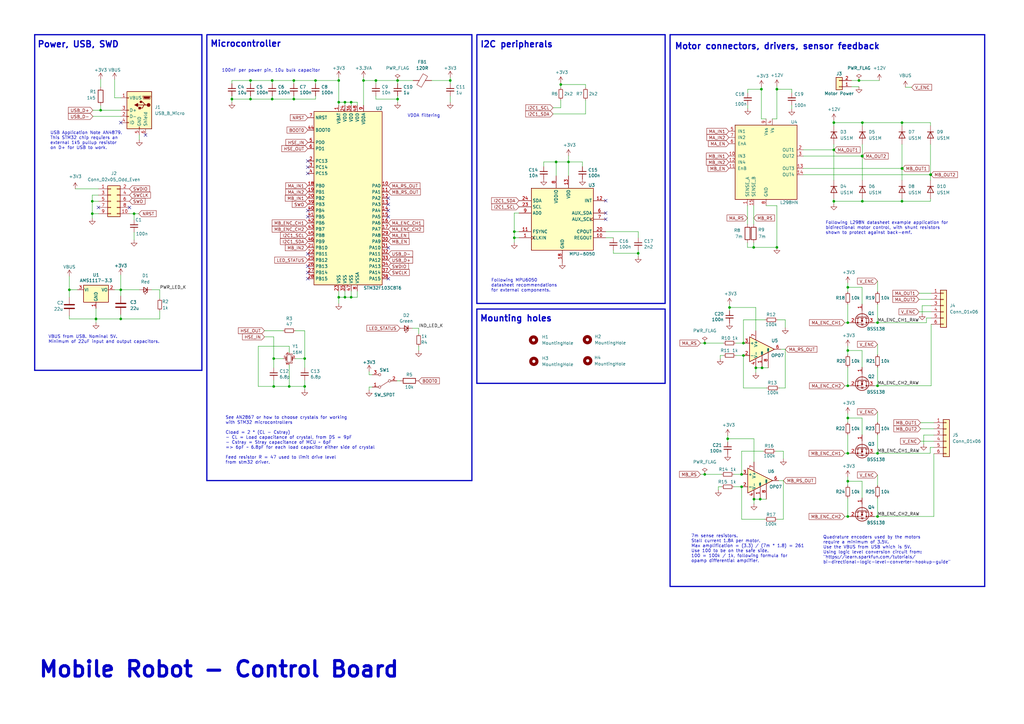
<source format=kicad_sch>
(kicad_sch (version 20211123) (generator eeschema)
  (paper "A3")
  (title_block (title "Mobile Robot - Control Board") (date "2022-08-01") (rev "0.1"))
  (junction (at 352.298 33.02))
  (junction (at 370.078 69.088))
  (junction (at 228.092 66.421))
  (junction (at 154.178 33.02))
  (junction (at 342.011 82.55))
  (junction (at 39.37 130.81))
  (junction (at 298.45 179.959))
  (junction (at 95.123 40.64))
  (junction (at 118.618 158.496))
  (junction (at 289.052 140.716))
  (junction (at 37.846 87.63))
  (junction (at 163.068 33.02))
  (junction (at 318.643 36.576))
  (junction (at 347.726 117.856))
  (junction (at 144.018 121.92))
  (junction (at 111.633 40.64))
  (junction (at 49.53 118.872))
  (junction (at 210.947 94.996))
  (junction (at 359.918 132.334))
  (junction (at 347.726 158.242))
  (junction (at 124.968 158.496))
  (junction (at 318.643 101.473))
  (junction (at 342.011 50.292))
  (junction (at 312.293 36.576))
  (junction (at 347.726 132.334))
  (junction (at 144.018 41.91))
  (junction (at 309.245 204.724))
  (junction (at 353.695 64.008))
  (junction (at 28.448 118.872))
  (junction (at 311.785 204.724))
  (junction (at 369.951 50.292))
  (junction (at 289.052 194.564))
  (junction (at 149.098 33.02))
  (junction (at 102.743 33.02))
  (junction (at 381.635 71.628))
  (junction (at 347.726 185.928))
  (junction (at 210.947 97.536))
  (junction (at 138.938 121.92))
  (junction (at 347.726 197.358))
  (junction (at 359.918 211.836))
  (junction (at 184.658 33.02))
  (junction (at 359.918 158.242))
  (junction (at 163.068 40.64))
  (junction (at 124.968 147.066))
  (junction (at 129.413 33.02))
  (junction (at 353.695 50.292))
  (junction (at 233.172 66.421))
  (junction (at 112.268 158.496))
  (junction (at 112.268 147.066))
  (junction (at 304.927 140.716))
  (junction (at 138.938 33.02))
  (junction (at 141.478 121.92))
  (junction (at 369.951 82.55))
  (junction (at 342.011 61.468))
  (junction (at 138.938 41.91))
  (junction (at 111.633 33.02))
  (junction (at 120.523 33.02))
  (junction (at 369.951 69.088))
  (junction (at 381.762 71.628))
  (junction (at 299.212 126.111))
  (junction (at 37.846 82.55))
  (junction (at 312.547 150.876))
  (junction (at 353.568 64.008))
  (junction (at 41.275 45.212))
  (junction (at 141.478 41.91))
  (junction (at 304.165 194.564))
  (junction (at 347.726 143.764))
  (junction (at 54.991 87.63))
  (junction (at 359.918 185.928))
  (junction (at 347.726 171.45))
  (junction (at 304.165 199.644))
  (junction (at 304.927 145.796))
  (junction (at 102.743 40.64))
  (junction (at 310.007 150.876))
  (junction (at 49.53 130.81))
  (junction (at 353.695 82.55))
  (junction (at 347.726 211.836))
  (junction (at 120.523 40.64))
  (junction (at 261.747 103.886))
  (junction (at 309.118 101.473))
  (junction (at 229.997 34.671))
  (no_connect (at 248.412 87.376))
  (no_connect (at 248.412 89.916))
  (no_connect (at 53.086 85.09))
  (no_connect (at 40.386 85.09))
  (no_connect (at 59.69 55.372))
  (no_connect (at 49.53 50.292))
  (no_connect (at 159.258 83.82))
  (no_connect (at 159.258 88.9))
  (no_connect (at 159.258 114.3))
  (no_connect (at 159.258 101.6))
  (no_connect (at 126.238 104.14))
  (no_connect (at 126.238 109.22))
  (no_connect (at 248.412 82.296))
  (no_connect (at 126.238 111.76))
  (no_connect (at 159.258 81.28))
  (no_connect (at 126.238 114.3))
  (no_connect (at 159.258 86.36))
  (no_connect (at 126.238 88.9))
  (no_connect (at 126.238 66.04))
  (no_connect (at 126.238 86.36))
  (no_connect (at 126.238 68.58))
  (no_connect (at 126.238 71.12))
  (wire (pts (xy 347.726 143.764) (xy 353.568 143.764)))
  (wire (pts (xy 118.618 149.606) (xy 118.618 158.496)))
  (wire (pts (xy 112.268 158.496) (xy 112.268 155.956)))
  (wire (pts (xy 287.274 194.564) (xy 289.052 194.564)))
  (wire (pts (xy 358.648 158.242) (xy 359.918 158.242)))
  (wire (pts (xy 149.098 31.75) (xy 149.098 33.02)))
  (wire (pts (xy 369.951 50.292) (xy 369.951 51.562)))
  (wire (pts (xy 353.695 50.292) (xy 369.951 50.292)))
  (wire (pts (xy 342.011 61.468) (xy 342.011 73.914)))
  (wire (pts (xy 304.165 199.644) (xy 304.165 212.979)))
  (wire (pts (xy 120.523 33.02) (xy 129.413 33.02)))
  (wire (pts (xy 324.739 36.576) (xy 324.739 38.1)))
  (wire (pts (xy 138.938 33.02) (xy 138.938 41.91)))
  (wire (pts (xy 124.968 147.066) (xy 124.968 150.876)))
  (wire (pts (xy 184.658 31.75) (xy 184.658 33.02)))
  (wire (pts (xy 313.055 185.039) (xy 304.165 185.039)))
  (wire (pts (xy 347.726 171.45) (xy 347.726 173.228)))
  (wire (pts (xy 210.947 87.376) (xy 212.852 87.376)))
  (wire (pts (xy 378.206 125.349) (xy 381.889 125.349)))
  (wire (pts (xy 300.99 194.564) (xy 304.165 194.564)))
  (polyline (pts (xy 14.224 14.224) (xy 14.224 151.892)) (stroke (width 0.5) (type solid)))
  (wire (pts (xy 49.53 118.872) (xy 57.15 118.872)))
  (wire (pts (xy 171.704 141.986) (xy 171.704 143.764)))
  (wire (pts (xy 238.887 66.421) (xy 238.887 68.326)))
  (wire (pts (xy 95.123 40.64) (xy 95.123 39.37)))
  (wire (pts (xy 210.947 97.536) (xy 212.852 97.536)))
  (wire (pts (xy 347.726 197.358) (xy 353.568 197.358)))
  (wire (pts (xy 324.739 43.18) (xy 324.739 44.704)))
  (wire (pts (xy 347.726 195.58) (xy 347.726 197.358)))
  (wire (pts (xy 120.523 40.64) (xy 120.523 39.37)))
  (polyline (pts (xy 14.224 14.224) (xy 82.804 14.224)) (stroke (width 0.5) (type solid)))
  (wire (pts (xy 352.298 35.56) (xy 349.25 35.56)))
  (wire (pts (xy 54.991 95.25) (xy 54.991 98.425)))
  (wire (pts (xy 118.618 141.986) (xy 105.918 141.986)))
  (polyline (pts (xy 403.86 240.538) (xy 274.828 240.538)) (stroke (width 0.5) (type solid)))
  (wire (pts (xy 313.817 131.191) (xy 304.927 131.191)))
  (wire (pts (xy 39.37 126.492) (xy 39.37 130.81)))
  (wire (pts (xy 111.633 40.64) (xy 120.523 40.64)))
  (wire (pts (xy 226.822 46.736) (xy 240.157 46.736)))
  (wire (pts (xy 369.951 73.914) (xy 369.951 69.088)))
  (wire (pts (xy 347.726 117.856) (xy 353.568 117.856)))
  (wire (pts (xy 144.018 41.91) (xy 144.018 43.18)))
  (wire (pts (xy 38.1 45.212) (xy 41.275 45.212)))
  (polyline (pts (xy 82.804 151.892) (xy 14.224 151.892)) (stroke (width 0.5) (type solid)))
  (wire (pts (xy 102.743 33.02) (xy 102.743 34.29)))
  (wire (pts (xy 57.15 55.372) (xy 57.15 57.277)))
  (wire (pts (xy 154.178 33.02) (xy 154.178 34.29)))
  (wire (pts (xy 294.64 200.914) (xy 294.64 199.644)))
  (wire (pts (xy 353.568 197.358) (xy 353.568 204.216)))
  (wire (pts (xy 298.45 179.959) (xy 298.45 181.229)))
  (wire (pts (xy 347.726 143.764) (xy 347.726 145.542)))
  (wire (pts (xy 347.726 169.672) (xy 347.726 171.45)))
  (polyline (pts (xy 82.804 14.224) (xy 82.804 151.892)) (stroke (width 0.5) (type solid)))
  (wire (pts (xy 299.212 126.111) (xy 299.212 127.381)))
  (wire (pts (xy 371.348 35.814) (xy 373.888 35.814)))
  (wire (pts (xy 342.011 61.468) (xy 329.438 61.468)))
  (wire (pts (xy 49.53 112.776) (xy 49.53 118.872)))
  (polyline (pts (xy 193.548 14.224) (xy 193.548 197.104)) (stroke (width 0.5) (type solid)))
  (wire (pts (xy 151.384 160.02) (xy 151.384 158.75)))
  (wire (pts (xy 381.508 183.515) (xy 383.032 183.515)))
  (wire (pts (xy 309.245 204.724) (xy 309.245 206.629)))
  (wire (pts (xy 353.568 171.45) (xy 353.568 178.308)))
  (wire (pts (xy 251.587 103.886) (xy 261.747 103.886)))
  (wire (pts (xy 347.726 211.836) (xy 348.488 211.836)))
  (polyline (pts (xy 195.58 126.746) (xy 195.58 157.226)) (stroke (width 0.5) (type solid)))
  (wire (pts (xy 41.275 32.512) (xy 41.275 35.687)))
  (polyline (pts (xy 274.828 14.224) (xy 274.828 240.538)) (stroke (width 0.5) (type solid)))
  (wire (pts (xy 347.726 158.242) (xy 348.488 158.242)))
  (wire (pts (xy 359.918 124.714) (xy 359.918 132.334)))
  (polyline (pts (xy 84.836 14.224) (xy 84.836 197.104)) (stroke (width 0.5) (type solid)))
  (wire (pts (xy 352.298 33.02) (xy 360.68 33.02)))
  (wire (pts (xy 377.571 175.895) (xy 383.032 175.895)))
  (wire (pts (xy 141.478 121.92) (xy 138.938 121.92)))
  (wire (pts (xy 342.011 59.182) (xy 342.011 61.468)))
  (wire (pts (xy 359.918 168.91) (xy 359.918 173.228)))
  (wire (pts (xy 298.45 179.959) (xy 309.245 179.959)))
  (wire (pts (xy 46.99 40.132) (xy 49.53 40.132)))
  (wire (pts (xy 347.726 116.078) (xy 347.726 117.856)))
  (wire (pts (xy 28.448 118.872) (xy 31.75 118.872)))
  (wire (pts (xy 347.726 117.856) (xy 347.726 119.634)))
  (wire (pts (xy 306.578 101.473) (xy 309.118 101.473)))
  (wire (pts (xy 304.165 212.979) (xy 313.69 212.979)))
  (wire (pts (xy 152.654 153.67) (xy 151.384 153.67)))
  (wire (pts (xy 379.984 130.429) (xy 381.889 130.429)))
  (wire (pts (xy 318.77 212.979) (xy 321.31 212.979)))
  (wire (pts (xy 40.386 80.01) (xy 37.846 80.01)))
  (wire (pts (xy 314.198 84.328) (xy 318.643 84.328)))
  (polyline (pts (xy 272.796 14.224) (xy 272.796 124.46)) (stroke (width 0.5) (type solid)))
  (wire (pts (xy 124.968 135.636) (xy 124.968 147.066)))
  (wire (pts (xy 233.172 63.881) (xy 233.172 66.421)))
  (wire (pts (xy 121.158 147.066) (xy 124.968 147.066)))
  (wire (pts (xy 41.275 43.307) (xy 41.275 45.212)))
  (wire (pts (xy 210.947 87.376) (xy 210.947 94.996)))
  (wire (pts (xy 223.012 68.326) (xy 223.012 66.421)))
  (wire (pts (xy 41.275 45.212) (xy 49.53 45.212)))
  (wire (pts (xy 342.011 50.292) (xy 353.695 50.292)))
  (wire (pts (xy 359.918 132.334) (xy 379.984 132.334)))
  (wire (pts (xy 353.568 64.008) (xy 353.695 64.008)))
  (wire (pts (xy 378.206 128.651) (xy 378.206 125.349)))
  (wire (pts (xy 163.068 40.64) (xy 163.068 41.91)))
  (wire (pts (xy 37.846 87.63) (xy 40.386 87.63)))
  (wire (pts (xy 312.293 35.56) (xy 312.293 36.576)))
  (wire (pts (xy 124.968 159.766) (xy 124.968 158.496)))
  (wire (pts (xy 121.158 135.636) (xy 124.968 135.636)))
  (wire (pts (xy 210.947 94.996) (xy 212.852 94.996)))
  (wire (pts (xy 381.508 183.515) (xy 381.508 185.928)))
  (wire (pts (xy 306.578 84.328) (xy 306.578 91.948)))
  (wire (pts (xy 322.072 131.191) (xy 318.897 131.191)))
  (wire (pts (xy 154.178 33.02) (xy 163.068 33.02)))
  (wire (pts (xy 321.31 197.104) (xy 319.405 197.104)))
  (wire (pts (xy 229.997 41.021) (xy 229.997 44.196)))
  (wire (pts (xy 37.846 82.55) (xy 37.846 87.63)))
  (wire (pts (xy 358.648 211.836) (xy 359.918 211.836)))
  (wire (pts (xy 144.018 119.38) (xy 144.018 121.92)))
  (wire (pts (xy 310.007 126.111) (xy 310.007 135.636)))
  (wire (pts (xy 353.568 117.856) (xy 353.568 124.714)))
  (wire (pts (xy 37.846 80.01) (xy 37.846 82.55)))
  (wire (pts (xy 378.841 182.118) (xy 378.841 178.435)))
  (wire (pts (xy 138.938 121.92) (xy 138.938 124.46)))
  (wire (pts (xy 39.37 130.81) (xy 39.37 132.334)))
  (wire (pts (xy 233.172 66.421) (xy 228.092 66.421)))
  (wire (pts (xy 49.53 130.81) (xy 49.53 129.032)))
  (wire (pts (xy 306.705 43.18) (xy 306.705 44.45)))
  (wire (pts (xy 353.695 50.292) (xy 353.695 51.562)))
  (wire (pts (xy 321.31 188.214) (xy 321.31 185.039)))
  (wire (pts (xy 304.927 145.796) (xy 304.927 159.131)))
  (wire (pts (xy 359.918 185.928) (xy 381.508 185.928)))
  (wire (pts (xy 40.386 82.55) (xy 37.846 82.55)))
  (wire (pts (xy 347.726 185.928) (xy 348.488 185.928)))
  (wire (pts (xy 358.648 132.334) (xy 359.918 132.334)))
  (wire (pts (xy 28.448 121.92) (xy 28.448 118.872)))
  (wire (pts (xy 229.997 34.671) (xy 240.157 34.671)))
  (wire (pts (xy 37.846 89.535) (xy 37.846 87.63)))
  (polyline (pts (xy 403.86 14.224) (xy 403.86 240.538)) (stroke (width 0.5) (type solid)))
  (wire (pts (xy 322.072 134.366) (xy 322.072 131.191)))
  (wire (pts (xy 379.984 132.334) (xy 379.984 130.429)))
  (wire (pts (xy 151.384 153.67) (xy 151.384 152.4)))
  (wire (pts (xy 146.558 119.38) (xy 146.558 121.92)))
  (wire (pts (xy 46.99 118.872) (xy 49.53 118.872)))
  (wire (pts (xy 163.068 39.37) (xy 163.068 40.64)))
  (wire (pts (xy 105.918 158.496) (xy 112.268 158.496)))
  (wire (pts (xy 141.478 119.38) (xy 141.478 121.92)))
  (polyline (pts (xy 193.548 197.104) (xy 84.836 197.104)) (stroke (width 0.5) (type solid)))
  (wire (pts (xy 301.752 140.716) (xy 304.927 140.716)))
  (wire (pts (xy 349.25 33.02) (xy 352.298 33.02)))
  (wire (pts (xy 261.747 94.996) (xy 261.747 97.536)))
  (wire (pts (xy 359.918 115.316) (xy 359.918 119.634)))
  (wire (pts (xy 102.743 33.02) (xy 111.633 33.02)))
  (wire (pts (xy 353.695 73.914) (xy 353.695 64.008)))
  (wire (pts (xy 261.747 105.156) (xy 261.747 103.886)))
  (wire (pts (xy 309.118 99.568) (xy 309.118 101.473)))
  (wire (pts (xy 304.927 159.131) (xy 314.452 159.131)))
  (polyline (pts (xy 195.58 126.746) (xy 272.796 126.746)) (stroke (width 0.5) (type solid)))
  (wire (pts (xy 369.951 82.55) (xy 369.951 81.534)))
  (wire (pts (xy 306.705 38.1) (xy 306.705 36.576)))
  (wire (pts (xy 226.822 44.196) (xy 229.997 44.196)))
  (wire (pts (xy 28.448 113.284) (xy 28.448 118.872)))
  (wire (pts (xy 223.012 66.421) (xy 228.092 66.421)))
  (wire (pts (xy 240.157 46.736) (xy 240.157 41.021)))
  (wire (pts (xy 359.918 150.622) (xy 359.918 158.242)))
  (wire (pts (xy 347.726 178.308) (xy 347.726 185.928)))
  (wire (pts (xy 112.268 150.876) (xy 112.268 147.066)))
  (wire (pts (xy 342.011 49.276) (xy 342.011 50.292)))
  (wire (pts (xy 381.889 132.969) (xy 381.889 158.242)))
  (wire (pts (xy 38.1 47.752) (xy 49.53 47.752)))
  (wire (pts (xy 138.938 119.38) (xy 138.938 121.92)))
  (wire (pts (xy 111.633 40.64) (xy 111.633 39.37)))
  (wire (pts (xy 30.861 77.47) (xy 40.386 77.47)))
  (wire (pts (xy 347.726 204.216) (xy 347.726 211.836)))
  (wire (pts (xy 342.011 50.292) (xy 342.011 51.562)))
  (wire (pts (xy 144.018 121.92) (xy 141.478 121.92)))
  (wire (pts (xy 138.938 41.91) (xy 138.938 43.18)))
  (wire (pts (xy 146.558 41.91) (xy 146.558 43.18)))
  (wire (pts (xy 346.456 132.334) (xy 347.726 132.334)))
  (wire (pts (xy 318.643 36.576) (xy 324.739 36.576)))
  (wire (pts (xy 322.072 159.131) (xy 322.072 143.256)))
  (wire (pts (xy 28.448 130.81) (xy 28.448 129.54)))
  (wire (pts (xy 295.402 145.796) (xy 296.672 145.796)))
  (polyline (pts (xy 85.09 14.224) (xy 193.548 14.224)) (stroke (width 0.5) (type solid)))
  (wire (pts (xy 369.951 69.088) (xy 369.951 59.182)))
  (wire (pts (xy 381.635 71.628) (xy 381.762 71.628)))
  (wire (pts (xy 210.947 99.441) (xy 210.947 97.536)))
  (wire (pts (xy 329.438 71.628) (xy 381.635 71.628)))
  (wire (pts (xy 301.752 145.796) (xy 304.927 145.796)))
  (wire (pts (xy 287.274 140.716) (xy 289.052 140.716)))
  (wire (pts (xy 120.523 40.64) (xy 129.413 40.64)))
  (wire (pts (xy 62.23 118.872) (xy 65.532 118.872)))
  (wire (pts (xy 298.45 178.689) (xy 298.45 179.959)))
  (wire (pts (xy 112.268 147.066) (xy 116.078 147.066)))
  (polyline (pts (xy 272.796 124.46) (xy 195.58 124.46)) (stroke (width 0.5) (type solid)))
  (wire (pts (xy 154.178 40.64) (xy 163.068 40.64)))
  (wire (pts (xy 141.478 41.91) (xy 141.478 43.18)))
  (wire (pts (xy 311.785 204.724) (xy 314.325 204.724)))
  (wire (pts (xy 39.37 130.81) (xy 28.448 130.81)))
  (wire (pts (xy 347.726 197.358) (xy 347.726 199.136)))
  (wire (pts (xy 65.532 130.81) (xy 65.532 127.508)))
  (wire (pts (xy 347.726 141.986) (xy 347.726 143.764)))
  (wire (pts (xy 318.643 36.576) (xy 318.643 48.768)))
  (wire (pts (xy 309.118 84.328) (xy 309.118 91.948)))
  (wire (pts (xy 95.123 40.64) (xy 102.743 40.64)))
  (wire (pts (xy 312.293 36.576) (xy 312.293 48.768)))
  (wire (pts (xy 322.072 143.256) (xy 320.167 143.256)))
  (wire (pts (xy 359.918 158.242) (xy 381.889 158.242)))
  (wire (pts (xy 163.068 33.02) (xy 169.418 33.02)))
  (wire (pts (xy 310.007 150.876) (xy 312.547 150.876)))
  (wire (pts (xy 184.658 39.37) (xy 184.658 41.91)))
  (wire (pts (xy 300.99 199.644) (xy 304.165 199.644)))
  (wire (pts (xy 329.438 69.088) (xy 369.951 69.088)))
  (wire (pts (xy 108.458 135.636) (xy 116.078 135.636)))
  (wire (pts (xy 377.571 180.975) (xy 383.032 180.975)))
  (wire (pts (xy 312.547 150.876) (xy 315.087 150.876)))
  (wire (pts (xy 342.011 81.534) (xy 342.011 82.55)))
  (wire (pts (xy 347.726 132.334) (xy 348.488 132.334)))
  (wire (pts (xy 39.37 130.81) (xy 49.53 130.81)))
  (wire (pts (xy 353.695 81.534) (xy 353.695 82.55)))
  (polyline (pts (xy 195.58 14.224) (xy 272.796 14.224)) (stroke (width 0.5) (type solid)))
  (wire (pts (xy 65.532 118.872) (xy 65.532 122.428)))
  (wire (pts (xy 342.011 82.55) (xy 342.011 83.566)))
  (wire (pts (xy 306.578 99.568) (xy 306.578 101.473)))
  (wire (pts (xy 177.038 33.02) (xy 184.658 33.02)))
  (wire (pts (xy 359.918 178.308) (xy 359.918 185.928)))
  (wire (pts (xy 369.951 82.55) (xy 381.635 82.55)))
  (wire (pts (xy 304.927 131.191) (xy 304.927 140.716)))
  (wire (pts (xy 108.458 138.176) (xy 112.268 138.176)))
  (wire (pts (xy 347.726 124.714) (xy 347.726 132.334)))
  (wire (pts (xy 347.726 150.622) (xy 347.726 158.242)))
  (wire (pts (xy 141.478 41.91) (xy 144.018 41.91)))
  (wire (pts (xy 309.118 101.473) (xy 318.643 101.473)))
  (wire (pts (xy 111.633 33.02) (xy 111.633 34.29)))
  (wire (pts (xy 319.532 159.131) (xy 322.072 159.131)))
  (wire (pts (xy 118.618 158.496) (xy 112.268 158.496)))
  (wire (pts (xy 149.098 33.02) (xy 154.178 33.02)))
  (wire (pts (xy 321.31 212.979) (xy 321.31 197.104)))
  (wire (pts (xy 54.991 87.63) (xy 53.086 87.63)))
  (wire (pts (xy 381.635 73.914) (xy 381.635 71.628)))
  (wire (pts (xy 376.936 120.269) (xy 381.889 120.269)))
  (wire (pts (xy 289.052 140.716) (xy 296.672 140.716)))
  (wire (pts (xy 376.936 122.809) (xy 381.889 122.809)))
  (wire (pts (xy 149.098 33.02) (xy 149.098 43.18)))
  (wire (pts (xy 49.53 118.872) (xy 49.53 121.412)))
  (wire (pts (xy 381.635 82.55) (xy 381.635 81.534)))
  (wire (pts (xy 124.968 158.496) (xy 118.618 158.496)))
  (wire (pts (xy 229.997 34.671) (xy 229.997 35.941)))
  (wire (pts (xy 306.705 36.576) (xy 312.293 36.576)))
  (wire (pts (xy 163.068 33.02) (xy 163.068 34.29)))
  (wire (pts (xy 381.635 71.628) (xy 381.635 59.182)))
  (wire (pts (xy 383.032 186.055) (xy 383.032 211.836)))
  (wire (pts (xy 370.078 69.088) (xy 369.951 69.088)))
  (wire (pts (xy 129.413 33.02) (xy 129.413 34.29)))
  (polyline (pts (xy 274.828 14.224) (xy 403.86 14.224)) (stroke (width 0.5) (type solid)))
  (wire (pts (xy 129.413 33.02) (xy 138.938 33.02)))
  (wire (pts (xy 359.918 141.224) (xy 359.918 145.542)))
  (wire (pts (xy 154.178 39.37) (xy 154.178 40.64)))
  (wire (pts (xy 346.456 211.836) (xy 347.726 211.836)))
  (wire (pts (xy 228.092 66.421) (xy 228.092 72.136)))
  (wire (pts (xy 229.997 34.036) (xy 229.997 34.671)))
  (wire (pts (xy 378.841 178.435) (xy 383.032 178.435)))
  (wire (pts (xy 369.951 50.292) (xy 381.635 50.292)))
  (wire (pts (xy 111.633 33.02) (xy 120.523 33.02)))
  (wire (pts (xy 309.245 179.959) (xy 309.245 189.484)))
  (wire (pts (xy 144.018 41.91) (xy 146.558 41.91)))
  (wire (pts (xy 321.31 185.039) (xy 318.135 185.039)))
  (wire (pts (xy 124.968 155.956) (xy 124.968 158.496)))
  (wire (pts (xy 112.268 138.176) (xy 112.268 147.066)))
  (wire (pts (xy 294.64 199.644) (xy 295.91 199.644)))
  (wire (pts (xy 151.384 158.75) (xy 152.654 158.75)))
  (wire (pts (xy 383.032 211.836) (xy 359.918 211.836)))
  (polyline (pts (xy 272.796 126.746) (xy 272.796 157.226)) (stroke (width 0.5) (type solid)))
  (wire (pts (xy 54.991 87.63) (xy 54.991 90.17)))
  (wire (pts (xy 105.918 141.986) (xy 105.918 158.496)))
  (wire (pts (xy 353.695 64.008) (xy 353.695 59.182)))
  (wire (pts (xy 95.123 41.91) (xy 95.123 40.64)))
  (wire (pts (xy 49.53 130.81) (xy 65.532 130.81)))
  (wire (pts (xy 138.938 41.91) (xy 141.478 41.91)))
  (wire (pts (xy 318.643 84.328) (xy 318.643 101.473)))
  (wire (pts (xy 261.747 103.886) (xy 261.747 102.616)))
  (wire (pts (xy 346.456 185.928) (xy 347.726 185.928)))
  (wire (pts (xy 299.212 126.111) (xy 310.007 126.111)))
  (wire (pts (xy 353.568 143.764) (xy 353.568 150.622)))
  (wire (pts (xy 346.456 158.242) (xy 347.726 158.242)))
  (wire (pts (xy 210.947 97.536) (xy 210.947 94.996)))
  (wire (pts (xy 358.648 185.928) (xy 359.918 185.928)))
  (wire (pts (xy 248.412 94.996) (xy 261.747 94.996)))
  (wire (pts (xy 240.157 34.671) (xy 240.157 35.941)))
  (wire (pts (xy 289.052 194.564) (xy 295.91 194.564)))
  (wire (pts (xy 304.165 185.039) (xy 304.165 194.564)))
  (wire (pts (xy 377.571 173.355) (xy 383.032 173.355)))
  (wire (pts (xy 248.412 97.536) (xy 251.587 97.536)))
  (wire (pts (xy 353.695 82.55) (xy 369.951 82.55)))
  (wire (pts (xy 376.936 127.889) (xy 381.889 127.889)))
  (wire (pts (xy 299.212 124.841) (xy 299.212 126.111)))
  (wire (pts (xy 184.658 33.02) (xy 184.658 34.29)))
  (wire (pts (xy 316.738 48.768) (xy 318.643 48.768)))
  (wire (pts (xy 318.643 36.576) (xy 318.643 35.306)))
  (wire (pts (xy 102.743 40.64) (xy 102.743 39.37)))
  (wire (pts (xy 169.164 134.62) (xy 171.704 134.62)))
  (wire (pts (xy 102.743 40.64) (xy 111.633 40.64)))
  (wire (pts (xy 95.123 33.02) (xy 102.743 33.02)))
  (wire (pts (xy 146.558 121.92) (xy 144.018 121.92)))
  (polyline (pts (xy 195.58 14.478) (xy 195.58 124.46)) (stroke (width 0.5) (type solid)))
  (wire (pts (xy 95.123 33.02) (xy 95.123 34.29)))
  (wire (pts (xy 118.618 144.526) (xy 118.618 141.986)))
  (wire (pts (xy 295.402 147.066) (xy 295.402 145.796)))
  (wire (pts (xy 46.99 32.512) (xy 46.99 40.132)))
  (wire (pts (xy 329.438 64.008) (xy 353.568 64.008)))
  (wire (pts (xy 347.726 171.45) (xy 353.568 171.45)))
  (polyline (pts (xy 272.796 157.226) (xy 195.58 157.226)) (stroke (width 0.5) (type solid)))
  (wire (pts (xy 171.704 134.62) (xy 171.704 136.906)))
  (wire (pts (xy 129.413 40.64) (xy 129.413 39.37)))
  (wire (pts (xy 359.918 194.818) (xy 359.918 199.136)))
  (wire (pts (xy 310.007 150.876) (xy 310.007 152.781)))
  (wire (pts (xy 233.172 66.421) (xy 233.172 72.136)))
  (wire (pts (xy 312.293 48.768) (xy 314.198 48.768)))
  (wire (pts (xy 56.896 87.63) (xy 54.991 87.63)))
  (wire (pts (xy 120.523 33.02) (xy 120.523 34.29)))
  (wire (pts (xy 162.814 156.21) (xy 164.084 156.21)))
  (wire (pts (xy 233.172 66.421) (xy 238.887 66.421)))
  (wire (pts (xy 251.587 102.616) (xy 251.587 103.886)))
  (wire (pts (xy 342.011 82.55) (xy 353.695 82.55)))
  (wire (pts (xy 309.245 204.724) (xy 311.785 204.724)))
  (wire (pts (xy 381.635 50.292) (xy 381.635 51.562)))
  (wire (pts (xy 138.938 31.75) (xy 138.938 33.02)))
  (wire (pts (xy 359.918 204.216) (xy 359.918 211.836)))
  (text "Motor connectors, drivers, sensor feedback" (at 276.606 20.574 0) (effects (font (size 2.54 2.54) (thickness 0.508) bold) (justify left bottom)))
  (text "VDDA filtering" (at 167.132 48.26 0) (effects (font (size 1.27 1.27)) (justify left bottom)))
  (text "Following MPU6050\ndatasheet recommendations\nfor external components." (at 201.422 119.888 0) (effects (font (size 1.27 1.27)) (justify left bottom)))
  (text "I2C peripherals" (at 196.85 19.812 0) (effects (font (size 2.54 2.54) (thickness 0.508) bold) (justify left bottom)))
  (text "Mounting holes" (at 196.723 132.207 0) (effects (font (size 2.54 2.54) (thickness 0.508) bold) (justify left bottom)))
  (text "100nF per power pin, 10u bulk capacitor" (at 90.932 29.718 0) (effects (font (size 1.27 1.27)) (justify left bottom)))
  (text "Microcontroller" (at 86.106 19.558 0) (effects (font (size 2.54 2.54) (thickness 0.508) bold) (justify left bottom)))
  (text "7m sense resistors.\nStall current 1.8A per motor.\nMax amplification = (3.3) / (7m * 1.8) = 261\nUse 100 to be on the safe side.\n100 = 100k / 1k, following formula for\nopamp differential amplifier." (at 283.464 230.886 0) (effects (font (size 1.27 1.27)) (justify left bottom)))
  (text "Mobile Robot - Control Board" (at 15.494 278.384 0) (effects (font (size 6.35 6.35) (thickness 1.27) bold) (justify left bottom)))
  (text "Power, USB, SWD" (at 15.24 19.812 0) (effects (font (size 2.54 2.54) (thickness 0.508) bold) (justify left bottom)))
  (text "Following L298N datasheet example application for\nbidirectional motor control, with shunt resistors\nshown to protect against back-emf." (at 338.582 96.266 0) (effects (font (size 1.27 1.27)) (justify left bottom)))
  (text "See AN2867 or how to choose crystals for working\nwith STM32 microcontrollers\n\nCload = 2 * (CL - Cstray)\n- CL = Load capacitance of crystal, from DS = 9pF\n- Cstray = Stray capacitance of MCU ~ 6pF\n=> 6pF ~ 6.8pF for each load capacitor either side of crystal\n\nFeed resistor R = 47 used to limit drive level\nfrom stm32 driver." (at 92.456 190.5 0) (effects (font (size 1.27 1.27)) (justify left bottom)))
  (text "VBUS from USB. Nominal 5V.\nMinimum of 22uF input and output capacitors." (at 19.812 140.97 0) (effects (font (size 1.27 1.27)) (justify left bottom)))
  (text "USB Application Note AN4879.\nThis STM32 chip requiers an\nexternal 1k5 pullup resistor\non D+ for USB to work." (at 20.574 61.468 0) (effects (font (size 1.27 1.27)) (justify left bottom)))
  (text "Quadrature encoders used by the motors\nrequire a minimum of 3.5V.\nUse the VBUS from USB which is 5V.\nUsing logic level conversion circuit from:\n\"https://learn.sparkfun.com/tutorials/\nbi-directional-logic-level-converter-hookup-guide\"" (at 337.566 231.394 0) (effects (font (size 1.27 1.27)) (justify left bottom)))
  (label "IND_LED_K" (at 171.704 134.62 0))
  (label "MA_ENC_CH2_RAW" (at 359.918 158.115 0))
  (label "PWR_LED_K" (at 65.532 118.872 0))
  (label "MA_ENC_CH1_RAW" (at 359.918 132.334 0))
  (label "MB_ENC_CH1_RAW" (at 359.918 185.928 0))
  (label "MB_ENC_CH2_RAW" (at 359.918 211.836 0))
  (global_label "MA_IN2" (shape input) (at 298.958 56.388 180) (property "Intersheet References" "${INTERSHEET_REFS}" (effects hide)))
  (global_label "MA_EN" (shape input) (at 159.258 96.52 0) (property "Intersheet References" "${INTERSHEET_REFS}" (effects hide)))
  (global_label "HSE_OUT" (shape input) (at 126.238 60.96 180) (property "Intersheet References" "${INTERSHEET_REFS}" (effects hide)))
  (global_label "MB_IN1" (shape input) (at 298.958 64.008 180) (property "Intersheet References" "${INTERSHEET_REFS}" (effects hide)))
  (global_label "NRST" (shape input) (at 126.238 48.26 180) (property "Intersheet References" "${INTERSHEET_REFS}" (effects hide)))
  (global_label "I2C1_SCL" (shape input) (at 126.238 96.52 180) (property "Intersheet References" "${INTERSHEET_REFS}" (effects hide)))
  (global_label "MB_OUT2" (shape input) (at 381.762 71.628 0) (property "Intersheet References" "${INTERSHEET_REFS}" (effects hide)))
  (global_label "SWO" (shape input) (at 126.238 83.82 180) (property "Intersheet References" "${INTERSHEET_REFS}" (effects hide)))
  (global_label "LED_STATUS" (shape input) (at 164.084 134.62 180) (property "Intersheet References" "${INTERSHEET_REFS}" (effects hide)))
  (global_label "MB_ENC_CH1" (shape input) (at 346.456 185.928 180) (property "Intersheet References" "${INTERSHEET_REFS}" (effects hide)))
  (global_label "SWCLK" (shape input) (at 53.086 80.01 0) (property "Intersheet References" "${INTERSHEET_REFS}" (effects hide)))
  (global_label "MA_OUT1" (shape input) (at 376.936 120.269 180) (property "Intersheet References" "${INTERSHEET_REFS}" (effects hide)))
  (global_label "SWCLK" (shape input) (at 159.258 111.76 0) (property "Intersheet References" "${INTERSHEET_REFS}" (effects hide)))
  (global_label "I2C1_SDA" (shape input) (at 212.852 82.296 180) (property "Intersheet References" "${INTERSHEET_REFS}" (effects hide)))
  (global_label "HSE_IN" (shape input) (at 126.238 58.42 180) (property "Intersheet References" "${INTERSHEET_REFS}" (effects hide)))
  (global_label "MB_OUT2" (shape input) (at 377.571 175.895 180) (property "Intersheet References" "${INTERSHEET_REFS}" (effects hide)))
  (global_label "V_ENC" (shape input) (at 359.918 168.91 180) (property "Intersheet References" "${INTERSHEET_REFS}" (effects hide)))
  (global_label "MB_EN" (shape input) (at 298.958 69.088 180) (property "Intersheet References" "${INTERSHEET_REFS}" (effects hide)))
  (global_label "USB_D-" (shape input) (at 38.1 47.752 180) (property "Intersheet References" "${INTERSHEET_REFS}" (effects hide)))
  (global_label "I2C1_SDA" (shape input) (at 126.238 99.06 180) (property "Intersheet References" "${INTERSHEET_REFS}" (effects hide)))
  (global_label "USB_D+" (shape input) (at 159.258 106.68 0) (property "Intersheet References" "${INTERSHEET_REFS}" (effects hide)))
  (global_label "I2C1_SDA" (shape input) (at 226.822 46.736 180) (property "Intersheet References" "${INTERSHEET_REFS}" (effects hide)))
  (global_label "MA_ENC_CH1" (shape input) (at 159.258 91.44 0) (property "Intersheet References" "${INTERSHEET_REFS}" (effects hide)))
  (global_label "V_ENC" (shape input) (at 373.888 35.814 0) (property "Intersheet References" "${INTERSHEET_REFS}" (effects hide)))
  (global_label "MB_OUT1" (shape input) (at 370.078 69.088 0) (property "Intersheet References" "${INTERSHEET_REFS}" (effects hide)))
  (global_label "LED_STATUS" (shape input) (at 126.238 106.68 180) (property "Intersheet References" "${INTERSHEET_REFS}" (effects hide)))
  (global_label "MB_IN1" (shape input) (at 126.238 81.28 180) (property "Intersheet References" "${INTERSHEET_REFS}" (effects hide)))
  (global_label "MA_IN1" (shape input) (at 298.958 53.848 180) (property "Intersheet References" "${INTERSHEET_REFS}" (effects hide)))
  (global_label "SWDIO" (shape input) (at 53.086 77.47 0) (property "Intersheet References" "${INTERSHEET_REFS}" (effects hide)))
  (global_label "USB_D+" (shape input) (at 38.1 45.212 180) (property "Intersheet References" "${INTERSHEET_REFS}" (effects hide)))
  (global_label "SWDIO" (shape input) (at 159.258 109.22 0) (property "Intersheet References" "${INTERSHEET_REFS}" (effects hide)))
  (global_label "MB_RS" (shape input) (at 309.118 89.408 0) (property "Intersheet References" "${INTERSHEET_REFS}" (effects hide)))
  (global_label "MB_ENC_CH2" (shape input) (at 346.456 211.836 180) (property "Intersheet References" "${INTERSHEET_REFS}" (effects hide)))
  (global_label "V_ENC" (shape input) (at 359.918 141.224 180) (property "Intersheet References" "${INTERSHEET_REFS}" (effects hide)))
  (global_label "MB_RS" (shape input) (at 287.274 194.564 180) (property "Intersheet References" "${INTERSHEET_REFS}" (effects hide)))
  (global_label "MA_RS" (shape input) (at 306.578 89.408 180) (property "Intersheet References" "${INTERSHEET_REFS}" (effects hide)))
  (global_label "USB_D-" (shape input) (at 159.258 104.14 0) (property "Intersheet References" "${INTERSHEET_REFS}" (effects hide)))
  (global_label "MB_IN2" (shape input) (at 126.238 101.6 180) (property "Intersheet References" "${INTERSHEET_REFS}" (effects hide)))
  (global_label "BOOT0" (shape input) (at 126.238 53.34 180) (property "Intersheet References" "${INTERSHEET_REFS}" (effects hide)))
  (global_label "V_ENC" (shape input) (at 377.571 180.975 180) (property "Intersheet References" "${INTERSHEET_REFS}" (effects hide)))
  (global_label "BOOT0" (shape input) (at 171.704 156.21 0) (property "Intersheet References" "${INTERSHEET_REFS}" (effects hide)))
  (global_label "NRST" (shape input) (at 56.896 87.63 0) (property "Intersheet References" "${INTERSHEET_REFS}" (effects hide)))
  (global_label "MA_OUT1" (shape input) (at 342.011 61.468 0) (property "Intersheet References" "${INTERSHEET_REFS}" (effects hide)))
  (global_label "MA_IN2" (shape input) (at 126.238 78.74 180) (property "Intersheet References" "${INTERSHEET_REFS}" (effects hide)))
  (global_label "MB_RS_OUT" (shape input) (at 159.258 78.74 0) (property "Intersheet References" "${INTERSHEET_REFS}" (effects hide)))
  (global_label "MA_RS_OUT" (shape input) (at 322.072 143.256 0) (property "Intersheet References" "${INTERSHEET_REFS}" (effects hide)))
  (global_label "MA_IN1" (shape input) (at 126.238 76.2 180) (property "Intersheet References" "${INTERSHEET_REFS}" (effects hide)))
  (global_label "HSE_IN" (shape input) (at 108.458 138.176 180) (property "Intersheet References" "${INTERSHEET_REFS}" (effects hide)))
  (global_label "MA_OUT2" (shape input) (at 376.936 122.809 180) (property "Intersheet References" "${INTERSHEET_REFS}" (effects hide)))
  (global_label "MB_EN" (shape input) (at 159.258 99.06 0) (property "Intersheet References" "${INTERSHEET_REFS}" (effects hide)))
  (global_label "MA_ENC_CH2" (shape input) (at 346.456 158.242 180) (property "Intersheet References" "${INTERSHEET_REFS}" (effects hide)))
  (global_label "MB_IN2" (shape input) (at 298.958 66.548 180) (property "Intersheet References" "${INTERSHEET_REFS}" (effects hide)))
  (global_label "MA_ENC_CH1" (shape input) (at 346.456 132.334 180) (property "Intersheet References" "${INTERSHEET_REFS}" (effects hide)))
  (global_label "MA_ENC_CH2" (shape input) (at 159.258 93.98 0) (property "Intersheet References" "${INTERSHEET_REFS}" (effects hide)))
  (global_label "HSE_OUT" (shape input) (at 108.458 135.636 180) (property "Intersheet References" "${INTERSHEET_REFS}" (effects hide)))
  (global_label "V_ENC" (shape input) (at 359.918 115.316 180) (property "Intersheet References" "${INTERSHEET_REFS}" (effects hide)))
  (global_label "MB_ENC_CH2" (shape input) (at 126.238 93.98 180) (property "Intersheet References" "${INTERSHEET_REFS}" (effects hide)))
  (global_label "SWO" (shape input) (at 53.086 82.55 0) (property "Intersheet References" "${INTERSHEET_REFS}" (effects hide)))
  (global_label "MA_RS_OUT" (shape input) (at 159.258 76.2 0) (property "Intersheet References" "${INTERSHEET_REFS}" (effects hide)))
  (global_label "I2C1_SCL" (shape input) (at 226.822 44.196 180) (property "Intersheet References" "${INTERSHEET_REFS}" (effects hide)))
  (global_label "MA_RS" (shape input) (at 287.274 140.716 180) (property "Intersheet References" "${INTERSHEET_REFS}" (effects hide)))
  (global_label "I2C1_SCL" (shape input) (at 212.852 84.836 180) (property "Intersheet References" "${INTERSHEET_REFS}" (effects hide)))
  (global_label "MB_OUT1" (shape input) (at 377.571 173.355 180) (property "Intersheet References" "${INTERSHEET_REFS}" (effects hide)))
  (global_label "MA_OUT2" (shape input) (at 353.568 64.008 0) (property "Intersheet References" "${INTERSHEET_REFS}" (effects hide)))
  (global_label "MA_EN" (shape input) (at 298.958 58.928 180) (property "Intersheet References" "${INTERSHEET_REFS}" (effects hide)))
  (global_label "MB_RS_OUT" (shape input) (at 321.31 197.104 0) (property "Intersheet References" "${INTERSHEET_REFS}" (effects hide)))
  (global_label "V_ENC" (shape input) (at 376.936 127.889 180) (property "Intersheet References" "${INTERSHEET_REFS}" (effects hide)))
  (global_label "MB_ENC_CH1" (shape input) (at 126.238 91.44 180) (property "Intersheet References" "${INTERSHEET_REFS}" (effects hide)))
  (global_label "V_ENC" (shape input) (at 359.918 194.818 180) (property "Intersheet References" "${INTERSHEET_REFS}" (effects hide)))
  (symbol (lib_id "Device:C_Small") (at 102.743 36.83 0) (unit 1)
    (property "Reference" "C5" (at 105.0798 35.6616 0) (effects (justify left)))
    (property "Value" "100n" (at 105.0798 37.973 0) (effects (justify left)))
    (property "Footprint" "Capacitor_SMD:C_0402_1005Metric" (effects hide))
  )
  (symbol (lib_id "Device:C_Small") (at 111.633 36.83 0) (unit 1)
    (property "Reference" "C6" (at 113.9698 35.6616 0) (effects (justify left)))
    (property "Value" "100n" (at 113.9698 37.973 0) (effects (justify left)))
    (property "Footprint" "Capacitor_SMD:C_0402_1005Metric" (effects hide))
  )
  (symbol (lib_id "Device:C_Small") (at 120.523 36.83 0) (unit 1)
    (property "Reference" "C7" (at 122.8598 35.6616 0) (effects (justify left)))
    (property "Value" "100n" (at 122.8598 37.973 0) (effects (justify left)))
    (property "Footprint" "Capacitor_SMD:C_0402_1005Metric" (effects hide))
  )
  (symbol (lib_id "Device:C_Small") (at 129.413 36.83 0) (unit 1)
    (property "Reference" "C8" (at 131.7498 35.6616 0) (effects (justify left)))
    (property "Value" "100n" (at 131.7498 37.973 0) (effects (justify left)))
    (property "Footprint" "Capacitor_SMD:C_0402_1005Metric" (effects hide))
  )
  (symbol (lib_id "power:GND") (at 95.123 41.91 0) (unit 1)
    (property "Reference" "#PWR010" (effects hide))
    (property "Value" "GND" (effects hide))
  )
  (symbol (lib_id "Device:Crystal_GND24_Small") (at 118.618 147.066 0) (unit 1)
    (property "Reference" "Y1" (at 119.888 141.986 0) (effects (justify left)))
    (property "Value" "16M" (at 119.888 144.526 0) (effects (justify left)))
    (property "Footprint" "Crystal:Crystal_SMD_3225-4Pin_3.2x2.5mm" (effects hide))
  )
  (symbol (lib_id "Device:C_Small") (at 112.268 153.416 0) (unit 1)
    (property "Reference" "C12" (at 114.6048 152.2476 0) (effects (justify left)))
    (property "Value" "6.8p" (at 114.6048 154.559 0) (effects (justify left)))
    (property "Footprint" "Capacitor_SMD:C_0402_1005Metric" (effects hide))
  )
  (symbol (lib_id "Device:C_Small") (at 124.968 153.416 0) (unit 1)
    (property "Reference" "C13" (at 127.3048 152.2476 0) (effects (justify left)))
    (property "Value" "6.8p" (at 127.3048 154.559 0) (effects (justify left)))
    (property "Footprint" "Capacitor_SMD:C_0402_1005Metric" (effects hide))
  )
  (symbol (lib_id "power:GND") (at 124.968 159.766 0) (unit 1)
    (property "Reference" "#PWR011" (effects hide))
    (property "Value" "GND" (effects hide))
  )
  (symbol (lib_id "Device:R_Small") (at 118.618 135.636 270) (unit 1)
    (property "Reference" "R3" (at 118.618 130.6576 90))
    (property "Value" "47" (at 118.618 132.969 90))
    (property "Footprint" "Resistor_SMD:R_0402_1005Metric" (effects hide))
  )
  (symbol (lib_id "Device:LED_Small") (at 166.624 134.62 180) (unit 1)
    (property "Reference" "D2" (at 166.624 129.3622 0))
    (property "Value" "Green" (at 166.624 131.6736 0))
    (property "Footprint" "Diode_SMD:D_0603_1608Metric" (effects hide))
  )
  (symbol (lib_id "Device:R_Small") (at 171.704 139.446 180) (unit 1)
    (property "Reference" "R4" (at 173.99 140.462 0))
    (property "Value" "1k" (at 173.99 137.922 0))
    (property "Footprint" "Resistor_SMD:R_0402_1005Metric" (effects hide))
  )
  (symbol (lib_id "power:GND") (at 171.704 143.764 0) (unit 1)
    (property "Reference" "#PWR018" (effects hide))
    (property "Value" "GND" (effects hide))
  )
  (symbol (lib_id "Diode:US1M") (at 353.695 55.372 270) (unit 1)
    (property "Reference" "D5" (at 356.235 54.1019 90) (effects (justify left)))
    (property "Value" "US1M" (at 356.235 56.6419 90) (effects (justify left)))
    (property "Footprint" "Diode_SMD:D_SMA" (effects hide))
    (property "Datasheet" "https://www.diodes.com/assets/Datasheets/ds16008.pdf" (effects hide))
  )
  (symbol (lib_id "Connector_Generic:Conn_02x05_Odd_Even") (at 45.466 82.55 0) (unit 1)
    (property "Reference" "J2" (at 46.736 71.12 0))
    (property "Value" "Conn_02x05_Odd_Even" (at 46.736 73.66 0))
    (property "Footprint" "Connector_PinHeader_2.54mm:PinHeader_2x05_P2.54mm_Vertical" (effects hide))
  )
  (symbol (lib_id "power:+3.3V") (at 233.172 63.881 0) (unit 1)
    (property "Reference" "#PWR025" (effects hide))
    (property "Value" "+3.3V" (at 233.553 59.4868 0))
  )
  (symbol (lib_id "Device:R_Small") (at 298.45 194.564 270) (unit 1)
    (property "Reference" "R14" (at 296.672 192.532 90))
    (property "Value" "1k" (at 300.736 192.532 90))
    (property "Footprint" "Resistor_SMD:R_0402_1005Metric" (effects hide))
  )
  (symbol (lib_id "Regulator_Linear:AMS1117-3.3") (at 39.37 118.872 0) (unit 1)
    (property "Reference" "U1" (at 39.37 112.776 0))
    (property "Value" "AMS1117-3.3" (at 39.37 115.062 0))
    (property "Footprint" "Package_TO_SOT_SMD:SOT-223-3_TabPin2" (effects hide))
    (property "Datasheet" "http://www.advanced-monolithic.com/pdf/ds1117.pdf" (effects hide))
  )
  (symbol (lib_id "Device:C_Small") (at 154.178 36.83 0) (unit 1)
    (property "Reference" "C9" (at 156.5148 35.6616 0) (effects (justify left)))
    (property "Value" "10n" (at 156.5148 37.973 0) (effects (justify left)))
    (property "Footprint" "Capacitor_SMD:C_0402_1005Metric" (effects hide))
  )
  (symbol (lib_id "power:GND") (at 324.739 44.704 0) (unit 1)
    (property "Reference" "#PWR042" (effects hide))
    (property "Value" "GND" (effects hide))
  )
  (symbol (lib_id "power:VBUS") (at 46.99 32.512 0) (unit 1)
    (property "Reference" "#PWR06" (effects hide))
    (property "Value" "VBUS" (at 46.99 28.702 0))
  )
  (symbol (lib_id "power:GND") (at 230.632 107.696 0) (unit 1)
    (property "Reference" "#PWR024" (effects hide))
    (property "Value" "GND" (effects hide))
  )
  (symbol (lib_id "Connector_Generic:Conn_01x06") (at 388.112 178.435 0) (unit 1)
    (property "Reference" "J5" (at 390.652 178.4349 0) (effects (justify left)))
    (property "Value" "Conn_01x06" (at 390.652 180.9749 0) (effects (justify left)))
    (property "Footprint" "Connector_PinHeader_2.54mm:PinHeader_1x06_P2.54mm_Vertical" (effects hide))
  )
  (symbol (lib_id "power:GND") (at 352.298 35.56 0) (unit 1)
    (property "Reference" "#PWR050" (effects hide))
    (property "Value" "GND" (effects hide))
  )
  (symbol (lib_id "power:GND") (at 378.841 182.118 0) (unit 1)
    (property "Reference" "#PWR053" (effects hide))
    (property "Value" "GND" (effects hide))
  )
  (symbol (lib_id "Device:R_Small") (at 298.45 199.644 270) (unit 1)
    (property "Reference" "R15" (at 296.418 197.612 90))
    (property "Value" "1k" (at 300.736 197.612 90))
    (property "Footprint" "Resistor_SMD:R_0402_1005Metric" (effects hide))
  )
  (symbol (lib_id "Device:C") (at 49.53 125.222 0) (unit 1)
    (property "Reference" "C3" (at 53.34 123.9519 0) (effects (justify left)))
    (property "Value" "22u" (at 53.34 126.4919 0) (effects (justify left)))
    (property "Footprint" "Capacitor_SMD:C_0805_2012Metric" (effects hide))
  )
  (symbol (lib_id "power:+3.3V") (at 151.384 152.4 0) (unit 1)
    (property "Reference" "#PWR015" (effects hide))
    (property "Value" "+3.3V" (at 151.384 148.59 0))
  )
  (symbol (lib_id "power:GND") (at 306.705 44.45 0) (unit 1)
    (property "Reference" "#PWR034" (effects hide))
    (property "Value" "GND" (effects hide))
  )
  (symbol (lib_id "Device:C") (at 28.448 125.73 0) (mirror y) (unit 1)
    (property "Reference" "C2" (at 23.368 124.206 0) (effects (justify right)))
    (property "Value" "22u" (at 22.098 126.746 0) (effects (justify right)))
    (property "Footprint" "Capacitor_SMD:C_0805_2012Metric" (effects hide))
  )
  (symbol (lib_id "power:GND") (at 210.947 99.441 0) (unit 1)
    (property "Reference" "#PWR021" (effects hide))
    (property "Value" "GND" (effects hide))
  )
  (symbol (lib_id "Mechanical:MountingHole") (at 218.821 139.446 0) (unit 1)
    (property "Reference" "H1" (at 222.25 138.1759 0) (effects (justify left)))
    (property "Value" "MountingHole" (at 222.25 140.7159 0) (effects (justify left)))
    (property "Footprint" "MountingHole:MountingHole_3.2mm_M3" (effects hide))
  )
  (symbol (lib_id "Device:R_Small") (at 316.23 212.979 270) (unit 1)
    (property "Reference" "R17" (at 316.23 211.074 90))
    (property "Value" "100k" (at 316.23 214.884 90))
    (property "Footprint" "Resistor_SMD:R_0402_1005Metric" (effects hide))
  )
  (symbol (lib_id "Device:C_Small") (at 95.123 36.83 0) (unit 1)
    (property "Reference" "C4" (at 97.4598 35.6616 0) (effects (justify left)))
    (property "Value" "10u" (at 97.4598 37.973 0) (effects (justify left)))
    (property "Footprint" "Capacitor_SMD:C_0603_1608Metric" (effects hide))
  )
  (symbol (lib_id "power:GND") (at 238.887 73.406 0) (unit 1)
    (property "Reference" "#PWR026" (effects hide))
    (property "Value" "GND" (effects hide))
  )
  (symbol (lib_id "Device:R") (at 167.894 156.21 90) (unit 1)
    (property "Reference" "R5" (at 167.894 153.67 90))
    (property "Value" "10k" (at 167.894 158.75 90))
    (property "Footprint" "Resistor_SMD:R_0402_1005Metric" (effects hide))
  )
  (symbol (lib_id "power:+12V") (at 318.643 35.306 0) (unit 1)
    (property "Reference" "#PWR038" (effects hide))
    (property "Value" "+12V" (at 318.643 30.861 0))
  )
  (symbol (lib_id "power:GND") (at 299.212 132.461 0) (unit 1)
    (property "Reference" "#PWR033" (effects hide))
    (property "Value" "GND" (effects hide))
  )
  (symbol (lib_id "power:GND") (at 39.37 132.334 0) (unit 1)
    (property "Reference" "#PWR04" (effects hide))
    (property "Value" "GND" (effects hide))
  )
  (symbol (lib_id "Mechanical:MountingHole") (at 241.046 147.955 0) (unit 1)
    (property "Reference" "H4" (at 243.713 146.6849 0) (effects (justify left)))
    (property "Value" "MountingHole" (at 243.713 149.2249 0) (effects (justify left)))
    (property "Footprint" "MountingHole:MountingHole_3.2mm_M3" (effects hide))
  )
  (symbol (lib_id "Device:R_Small") (at 347.726 122.174 0) (unit 1)
    (property "Reference" "R18" (at 344.678 122.174 0))
    (property "Value" "10k" (at 350.901 122.174 0))
    (property "Footprint" "Resistor_SMD:R_0402_1005Metric" (effects hide))
  )
  (symbol (lib_id "Device:C_Small") (at 324.739 40.64 0) (mirror x) (unit 1)
    (property "Reference" "C19" (at 325.755 38.608 0) (effects (justify left)))
    (property "Value" "100n" (at 325.755 43.18 0) (effects (justify left)))
    (property "Footprint" "Capacitor_SMD:C_0402_1005Metric" (effects hide))
  )
  (symbol (lib_id "Device:C_Small") (at 223.012 70.866 0) (mirror y) (unit 1)
    (property "Reference" "C14" (at 220.6752 69.6976 0) (effects (justify left)))
    (property "Value" "10n" (at 220.6752 72.009 0) (effects (justify left)))
    (property "Footprint" "Capacitor_SMD:C_0402_1005Metric" (effects hide))
  )
  (symbol (lib_id "Device:C_Small") (at 306.705 40.64 0) (mirror x) (unit 1)
    (property "Reference" "C18" (at 301.498 38.608 0) (effects (justify left)))
    (property "Value" "100n" (at 301.371 42.672 0) (effects (justify left)))
    (property "Footprint" "Capacitor_SMD:C_0402_1005Metric" (effects hide))
  )
  (symbol (lib_id "power:GND") (at 294.64 200.914 0) (unit 1)
    (property "Reference" "#PWR028" (effects hide))
    (property "Value" "GND" (effects hide))
  )
  (symbol (lib_id "power:+12V") (at 360.68 33.02 0) (unit 1)
    (property "Reference" "#PWR049" (effects hide))
    (property "Value" "+12V" (at 360.68 27.94 0))
  )
  (symbol (lib_id "Device:C_Small") (at 54.991 92.71 180) (unit 1)
    (property "Reference" "C1" (at 58.166 90.17 0) (effects (justify left)))
    (property "Value" "100n" (at 60.706 95.885 0) (effects (justify left)))
    (property "Footprint" "Capacitor_SMD:C_0402_1005Metric" (effects hide))
  )
  (symbol (lib_id "power:GND") (at 223.012 73.406 0) (unit 1)
    (property "Reference" "#PWR022" (effects hide))
    (property "Value" "GND" (effects hide))
  )
  (symbol (lib_id "Device:R_Small") (at 240.157 38.481 0) (unit 1)
    (property "Reference" "R7" (at 237.617 38.481 0))
    (property "Value" "2k2" (at 243.332 38.481 0))
    (property "Footprint" "Resistor_SMD:R_0402_1005Metric" (effects hide))
  )
  (symbol (lib_id "power:+3.3V") (at 49.53 112.776 0) (unit 1)
    (property "Reference" "#PWR07" (effects hide))
    (property "Value" "+3.3V" (at 49.53 108.966 0))
  )
  (symbol (lib_id "Transistor_FET:BSS138") (at 353.568 183.388 270) (unit 1)
    (property "Reference" "Q3" (at 357.378 182.118 90))
    (property "Value" "BSS138" (at 359.283 188.468 90))
    (property "Footprint" "Package_TO_SOT_SMD:SOT-23" (effects hide))
    (property "Datasheet" "https://www.onsemi.com/pub/Collateral/BSS138-D.PDF" (effects hide))
  )
  (symbol (lib_id "power:+3.3V") (at 347.726 116.078 0) (unit 1)
    (property "Reference" "#PWR045" (effects hide))
    (property "Value" "+3.3V" (at 348.107 111.6838 0))
  )
  (symbol (lib_id "power:GND") (at 295.402 147.066 0) (unit 1)
    (property "Reference" "#PWR029" (effects hide))
    (property "Value" "GND" (effects hide))
  )
  (symbol (lib_id "power:+12V") (at 342.011 49.276 0) (unit 1)
    (property "Reference" "#PWR043" (effects hide))
    (property "Value" "+12V" (at 342.011 44.831 0))
  )
  (symbol (lib_id "Switch:SW_SPDT") (at 157.734 156.21 180) (unit 1)
    (property "Reference" "SW1" (at 157.734 151.765 0))
    (property "Value" "SW_SPDT" (at 157.734 161.925 0))
    (property "Footprint" "Button_Switch_SMD:SW_SPDT_PCM12" (effects hide))
  )
  (symbol (lib_id "power:GND") (at 54.991 98.425 0) (unit 1)
    (property "Reference" "#PWR08" (effects hide))
    (property "Value" "GND" (effects hide))
  )
  (symbol (lib_id "power:+3.3V") (at 298.45 178.689 0) (unit 1)
    (property "Reference" "#PWR030" (effects hide))
    (property "Value" "+3.3V" (at 298.831 174.2948 0))
  )
  (symbol (lib_id "Diode:US1M") (at 369.951 55.372 270) (unit 1)
    (property "Reference" "D7" (at 372.491 54.1019 90) (effects (justify left)))
    (property "Value" "US1M" (at 372.491 56.6419 90) (effects (justify left)))
    (property "Footprint" "Diode_SMD:D_SMA" (effects hide))
    (property "Datasheet" "https://www.diodes.com/assets/Datasheets/ds16008.pdf" (effects hide))
  )
  (symbol (lib_id "Transistor_FET:BSS138") (at 353.568 209.296 270) (unit 1)
    (property "Reference" "Q4" (at 357.378 208.026 90))
    (property "Value" "BSS138" (at 359.283 214.376 90))
    (property "Footprint" "Package_TO_SOT_SMD:SOT-23" (effects hide))
    (property "Datasheet" "https://www.onsemi.com/pub/Collateral/BSS138-D.PDF" (effects hide))
  )
  (symbol (lib_id "Diode:US1M") (at 353.695 77.724 270) (unit 1)
    (property "Reference" "D6" (at 356.235 76.4539 90) (effects (justify left)))
    (property "Value" "US1M" (at 356.235 78.9939 90) (effects (justify left)))
    (property "Footprint" "Diode_SMD:D_SMA" (effects hide))
    (property "Datasheet" "https://www.diodes.com/assets/Datasheets/ds16008.pdf" (effects hide))
  )
  (symbol (lib_id "MCU_ST_STM32F1:STM32F103C8Tx") (at 144.018 81.28 0) (unit 1)
    (property "Reference" "U2" (at 154.178 44.45 0) (effects (justify left)))
    (property "Value" "STM32F103C8T6" (at 149.098 118.11 0) (effects (justify left)))
    (property "Footprint" "Package_QFP:LQFP-48_7x7mm_P0.5mm" (effects hide))
    (property "Datasheet" "http://www.st.com/st-web-ui/static/active/en/resource/technical/document/datasheet/CD00161566.pdf" (effects hide))
  )
  (symbol (lib_id "Device:R_Small") (at 359.918 201.676 0) (unit 1)
    (property "Reference" "R25" (at 356.87 201.676 0))
    (property "Value" "10k" (at 363.093 201.676 0))
    (property "Footprint" "Resistor_SMD:R_0402_1005Metric" (effects hide))
  )
  (symbol (lib_id "Device:R_Small") (at 65.532 124.968 180) (unit 1)
    (property "Reference" "R2" (at 67.818 123.698 0))
    (property "Value" "1k" (at 67.818 126.238 0))
    (property "Footprint" "Resistor_SMD:R_0402_1005Metric" (effects hide))
  )
  (symbol (lib_id "power:VBUS") (at 28.448 113.284 0) (unit 1)
    (property "Reference" "#PWR01" (effects hide))
    (property "Value" "VBUS" (at 28.448 109.474 0))
  )
  (symbol (lib_id "power:+3.3V") (at 347.726 195.58 0) (unit 1)
    (property "Reference" "#PWR048" (effects hide))
    (property "Value" "+3.3V" (at 348.107 191.1858 0))
  )
  (symbol (lib_id "power:+3.3V") (at 138.938 31.75 0) (unit 1)
    (property "Reference" "#PWR012" (effects hide))
    (property "Value" "+3.3V" (at 138.938 27.94 0))
  )
  (symbol (lib_id "power:GND") (at 298.45 186.309 0) (unit 1)
    (property "Reference" "#PWR031" (effects hide))
    (property "Value" "GND" (effects hide))
  )
  (symbol (lib_id "Device:R_Small") (at 229.997 38.481 0) (unit 1)
    (property "Reference" "R6" (at 227.457 38.481 0))
    (property "Value" "2k2" (at 233.172 38.481 0))
    (property "Footprint" "Resistor_SMD:R_0402_1005Metric" (effects hide))
  )
  (symbol (lib_id "power:+3.3V") (at 312.293 35.56 0) (unit 1)
    (property "Reference" "#PWR037" (effects hide))
    (property "Value" "+3.3V" (at 312.674 31.1658 0))
  )
  (symbol (lib_id "power:GND") (at 342.011 83.566 0) (unit 1)
    (property "Reference" "#PWR044" (effects hide))
    (property "Value" "GND" (effects hide))
  )
  (symbol (lib_id "Driver_Motor:L298HN") (at 314.198 66.548 0) (unit 1)
    (property "Reference" "U4" (at 324.358 50.038 0) (effects (justify left)))
    (property "Value" "L298HN" (at 319.913 83.058 0) (effects (justify left)))
    (property "Footprint" "Package_TO_SOT_THT:TO-220-15_P2.54x2.54mm_StaggerOdd_Lead4.58mm_Vertical" (effects hide))
    (property "Datasheet" "http://www.st.com/st-web-ui/static/active/en/resource/technical/document/datasheet/CD00000240.pdf" (effects hide))
  )
  (symbol (lib_id "Sensor_Motion:MPU-6050") (at 230.632 89.916 0) (unit 1)
    (property "Reference" "U3" (at 241.3 75.946 0) (effects (justify left)))
    (property "Value" "MPU-6050" (at 233.426 104.14 0) (effects (justify left)))
    (property "Footprint" "Sensor_Motion:InvenSense_QFN-24_4x4mm_P0.5mm" (effects hide))
    (property "Datasheet" "https://store.invensense.com/datasheets/invensense/MPU-6050_DataSheet_V3%204.pdf" (effects hide))
  )
  (symbol (lib_id "Transistor_FET:BSS138") (at 353.568 155.702 270) (unit 1)
    (property "Reference" "Q2" (at 357.378 154.432 90))
    (property "Value" "BSS138" (at 359.283 160.782 90))
    (property "Footprint" "Package_TO_SOT_SMD:SOT-23" (effects hide))
    (property "Datasheet" "https://www.onsemi.com/pub/Collateral/BSS138-D.PDF" (effects hide))
  )
  (symbol (lib_id "Mechanical:MountingHole") (at 218.948 148.209 0) (unit 1)
    (property "Reference" "H3" (at 222.25 146.9389 0) (effects (justify left)))
    (property "Value" "MountingHole" (at 222.25 149.4789 0) (effects (justify left)))
    (property "Footprint" "MountingHole:MountingHole_3.2mm_M3" (effects hide))
  )
  (symbol (lib_id "power:PWR_FLAG") (at 163.068 33.02 0) (unit 1)
    (property "Reference" "#FLG0101" (effects hide))
    (property "Value" "PWR_FLAG" (at 163.068 27.94 0))
  )
  (symbol (lib_id "Mechanical:MountingHole") (at 240.919 139.319 0) (unit 1)
    (property "Reference" "H2" (at 243.84 138.0489 0) (effects (justify left)))
    (property "Value" "MountingHole" (at 243.84 140.5889 0) (effects (justify left)))
    (property "Footprint" "MountingHole:MountingHole_3.2mm_M3" (effects hide))
  )
  (symbol (lib_id "power:GND") (at 37.846 89.535 0) (unit 1)
    (property "Reference" "#PWR03" (effects hide))
    (property "Value" "GND" (effects hide))
  )
  (symbol (lib_id "power:+3.3V") (at 229.997 34.036 0) (unit 1)
    (property "Reference" "#PWR023" (effects hide))
    (property "Value" "+3.3V" (at 230.378 29.6418 0))
  )
  (symbol (lib_id "power:GND") (at 57.15 57.277 0) (unit 1)
    (property "Reference" "#PWR09" (effects hide))
    (property "Value" "GND" (effects hide))
  )
  (symbol (lib_id "Device:R_Small") (at 359.918 148.082 0) (unit 1)
    (property "Reference" "R21" (at 357.124 148.082 0))
    (property "Value" "10k" (at 363.093 148.082 0))
    (property "Footprint" "Resistor_SMD:R_0402_1005Metric" (effects hide))
  )
  (symbol (lib_id "Device:C_Small") (at 163.068 36.83 0) (unit 1)
    (property "Reference" "C10" (at 165.4048 35.6616 0) (effects (justify left)))
    (property "Value" "1u" (at 165.4048 37.973 0) (effects (justify left)))
    (property "Footprint" "Capacitor_SMD:C_0402_1005Metric" (effects hide))
  )
  (symbol (lib_id "power:GND") (at 261.747 105.156 0) (unit 1)
    (property "Reference" "#PWR027" (effects hide))
    (property "Value" "GND" (effects hide))
  )
  (symbol (lib_id "Device:C_Small") (at 298.45 183.769 0) (mirror y) (unit 1)
    (property "Reference" "C21" (at 296.1132 182.6006 0) (effects (justify left)))
    (property "Value" "100n" (at 296.1132 184.912 0) (effects (justify left)))
    (property "Footprint" "Capacitor_SMD:C_0402_1005Metric" (effects hide))
  )
  (symbol (lib_id "Device:FerriteBead") (at 173.228 33.02 90) (unit 1)
    (property "Reference" "FB1" (at 173.1772 25.4 90))
    (property "Value" "120R" (at 173.1772 27.94 90))
    (property "Footprint" "Inductor_SMD:L_0603_1608Metric" (effects hide))
  )
  (symbol (lib_id "power:GND") (at 184.658 41.91 0) (unit 1)
    (property "Reference" "#PWR020" (effects hide))
    (property "Value" "GND" (effects hide))
  )
  (symbol (lib_id "Device:C_Small") (at 261.747 100.076 0) (unit 1)
    (property "Reference" "C17" (at 264.0838 98.9076 0) (effects (justify left)))
    (property "Value" "2n2" (at 264.0838 101.219 0) (effects (justify left)))
    (property "Footprint" "Capacitor_SMD:C_0402_1005Metric" (effects hide))
  )
  (symbol (lib_id "power:GND") (at 309.245 206.629 0) (unit 1)
    (property "Reference" "#PWR035" (effects hide))
    (property "Value" "GND" (effects hide))
  )
  (symbol (lib_id "power:GND") (at 138.938 124.46 0) (unit 1)
    (property "Reference" "#PWR013" (effects hide))
    (property "Value" "GND" (effects hide))
  )
  (symbol (lib_id "power:GND") (at 378.206 128.651 0) (unit 1)
    (property "Reference" "#PWR052" (effects hide))
    (property "Value" "GND" (effects hide))
  )
  (symbol (lib_id "power:+3.3V") (at 347.726 169.672 0) (unit 1)
    (property "Reference" "#PWR047" (effects hide))
    (property "Value" "+3.3V" (at 348.107 165.2778 0))
  )
  (symbol (lib_id "Connector_Generic:Conn_01x02") (at 344.17 35.56 180) (unit 1)
    (property "Reference" "J3" (at 344.17 30.226 0))
    (property "Value" "Motor Power" (at 344.17 38.354 0))
    (property "Footprint" "Connector_AMASS:AMASS_XT60PW-M" (effects hide))
  )
  (symbol (lib_id "Device:R_Small") (at 347.726 148.082 0) (unit 1)
    (property "Reference" "R20" (at 344.932 148.082 0))
    (property "Value" "10k" (at 350.901 148.082 0))
    (property "Footprint" "Resistor_SMD:R_0402_1005Metric" (effects hide))
  )
  (symbol (lib_id "Connector:USB_B_Micro") (at 57.15 45.212 0) (mirror y) (unit 1)
    (property "Reference" "J1" (at 63.5 43.9419 0) (effects (justify right)))
    (property "Value" "USB_B_Micro" (at 63.5 46.4819 0) (effects (justify right)))
    (property "Footprint" "Connector_USB:USB_Micro-B_Molex_47346-0001" (effects hide))
  )
  (symbol (lib_id "Amplifier_Operational:OP07") (at 312.547 143.256 0) (unit 1)
    (property "Reference" "U5" (at 317.754 139.7 0))
    (property "Value" "OP07" (at 318.897 145.796 0))
    (property "Footprint" "Package_SO:SOIC-8_3.9x4.9mm_P1.27mm" (effects hide))
    (property "Datasheet" "https://www.analog.com/media/en/technical-documentation/data-sheets/OP07.pdf" (effects hide))
  )
  (symbol (lib_id "power:GND") (at 318.643 101.473 0) (unit 1)
    (property "Reference" "#PWR039" (effects hide))
    (property "Value" "GND" (effects hide))
  )
  (symbol (lib_id "Device:R_Small") (at 347.726 201.676 0) (unit 1)
    (property "Reference" "R24" (at 344.678 201.676 0))
    (property "Value" "10k" (at 350.901 201.676 0))
    (property "Footprint" "Resistor_SMD:R_0402_1005Metric" (effects hide))
  )
  (symbol (lib_id "Device:R_Small") (at 359.918 175.768 0) (unit 1)
    (property "Reference" "R23" (at 356.87 175.768 0))
    (property "Value" "10k" (at 363.093 175.768 0))
    (property "Footprint" "Resistor_SMD:R_0402_1005Metric" (effects hide))
  )
  (symbol (lib_id "Device:C_Small") (at 184.658 36.83 0) (unit 1)
    (property "Reference" "C11" (at 186.9948 35.6616 0) (effects (justify left)))
    (property "Value" "1u" (at 186.9948 37.973 0) (effects (justify left)))
    (property "Footprint" "Capacitor_SMD:C_0402_1005Metric" (effects hide))
  )
  (symbol (lib_id "power:PWR_FLAG") (at 289.052 194.564 0) (unit 1)
    (property "Reference" "#FLG0104" (effects hide))
    (property "Value" "PWR_FLAG" (at 289.052 189.484 0))
  )
  (symbol (lib_id "power:VBUS") (at 371.348 35.814 0) (unit 1)
    (property "Reference" "#PWR051" (effects hide))
    (property "Value" "VBUS" (at 371.348 30.988 0))
  )
  (symbol (lib_id "Device:R_Small") (at 315.595 185.039 270) (unit 1)
    (property "Reference" "R16" (at 315.468 182.88 90))
    (property "Value" "100k" (at 315.595 186.944 90))
    (property "Footprint" "Resistor_SMD:R_0402_1005Metric" (effects hide))
  )
  (symbol (lib_id "Diode:US1M") (at 342.011 55.372 270) (unit 1)
    (property "Reference" "D3" (at 344.551 54.1019 90) (effects (justify left)))
    (property "Value" "US1M" (at 344.551 56.6419 90) (effects (justify left)))
    (property "Footprint" "Diode_SMD:D_SMA" (effects hide))
    (property "Datasheet" "https://www.diodes.com/assets/Datasheets/ds16008.pdf" (effects hide))
  )
  (symbol (lib_id "power:+3.3V") (at 347.726 141.986 0) (unit 1)
    (property "Reference" "#PWR046" (effects hide))
    (property "Value" "+3.3V" (at 348.107 137.5918 0))
  )
  (symbol (lib_id "Connector_Generic:Conn_01x06") (at 386.969 125.349 0) (unit 1)
    (property "Reference" "J4" (at 389.509 125.3489 0) (effects (justify left)))
    (property "Value" "Conn_01x06" (at 389.509 127.8889 0) (effects (justify left)))
    (property "Footprint" "Connector_PinHeader_2.54mm:PinHeader_1x06_P2.54mm_Vertical" (effects hide))
  )
  (symbol (lib_id "power:+3.3V") (at 30.861 77.47 0) (unit 1)
    (property "Reference" "#PWR02" (effects hide))
    (property "Value" "+3.3V" (at 30.861 72.39 0))
  )
  (symbol (lib_id "power:+3.3VA") (at 149.098 31.75 0) (unit 1)
    (property "Reference" "#PWR014" (effects hide))
    (property "Value" "+3.3VA" (at 149.098 27.94 0))
  )
  (symbol (lib_id "power:GND") (at 310.007 152.781 0) (unit 1)
    (property "Reference" "#PWR036" (effects hide))
    (property "Value" "GND" (effects hide))
  )
  (symbol (lib_id "power:+3.3V") (at 41.275 32.512 0) (unit 1)
    (property "Reference" "#PWR05" (effects hide))
    (property "Value" "+3.3V" (at 41.275 28.702 0))
  )
  (symbol (lib_id "Diode:US1M") (at 381.635 55.372 270) (unit 1)
    (property "Reference" "D9" (at 384.175 54.1019 90) (effects (justify left)))
    (property "Value" "US1M" (at 384.175 56.6419 90) (effects (justify left)))
    (property "Footprint" "Diode_SMD:D_SMA" (effects hide))
    (property "Datasheet" "https://www.diodes.com/assets/Datasheets/ds16008.pdf" (effects hide))
  )
  (symbol (lib_id "power:GND") (at 322.072 134.366 0) (unit 1)
    (property "Reference" "#PWR041" (effects hide))
    (property "Value" "GND" (effects hide))
  )
  (symbol (lib_id "Transistor_FET:BSS138") (at 353.568 129.794 270) (unit 1)
    (property "Reference" "Q1" (at 357.378 128.524 90))
    (property "Value" "BSS138" (at 359.283 134.874 90))
    (property "Footprint" "Package_TO_SOT_SMD:SOT-23" (effects hide))
    (property "Datasheet" "https://www.onsemi.com/pub/Collateral/BSS138-D.PDF" (effects hide))
  )
  (symbol (lib_id "Device:R_Small") (at 316.992 159.131 270) (unit 1)
    (property "Reference" "R13" (at 316.738 156.972 90))
    (property "Value" "100k" (at 316.992 161.036 90))
    (property "Footprint" "Resistor_SMD:R_0402_1005Metric" (effects hide))
  )
  (symbol (lib_id "power:PWR_FLAG") (at 289.052 140.716 0) (unit 1)
    (property "Reference" "#FLG0103" (effects hide))
    (property "Value" "PWR_FLAG" (at 289.052 135.636 0))
  )
  (symbol (lib_id "Device:R") (at 309.118 95.758 0) (mirror y) (unit 1)
    (property "Reference" "R9" (at 310.896 94.234 0) (effects (justify right)))
    (property "Value" "7m" (at 311.023 97.028 0) (effects (justify right)))
    (property "Footprint" "Resistor_SMD:R_2512_6332Metric" (effects hide))
  )
  (symbol (lib_id "Device:R") (at 41.275 39.497 0) (unit 1)
    (property "Reference" "R1" (at 36.83 37.592 0) (effects (justify left)))
    (property "Value" "1k5" (at 35.56 40.132 0) (effects (justify left)))
    (property "Footprint" "Resistor_SMD:R_0402_1005Metric" (effects hide))
  )
  (symbol (lib_id "Diode:US1M") (at 381.635 77.724 270) (unit 1)
    (property "Reference" "D10" (at 384.175 76.4539 90) (effects (justify left)))
    (property "Value" "US1M" (at 384.175 78.9939 90) (effects (justify left)))
    (property "Footprint" "Diode_SMD:D_SMA" (effects hide))
    (property "Datasheet" "https://www.diodes.com/assets/Datasheets/ds16008.pdf" (effects hide))
  )
  (symbol (lib_id "Device:R_Small") (at 359.918 122.174 0) (unit 1)
    (property "Reference" "R19" (at 356.87 122.174 0))
    (property "Value" "10k" (at 363.093 122.174 0))
    (property "Footprint" "Resistor_SMD:R_0402_1005Metric" (effects hide))
  )
  (symbol (lib_id "power:PWR_FLAG") (at 352.298 33.02 0) (unit 1)
    (property "Reference" "#FLG0102" (effects hide))
    (property "Value" "PWR_FLAG" (at 352.298 27.94 0))
  )
  (symbol (lib_id "Amplifier_Operational:OP07") (at 311.785 197.104 0) (unit 1)
    (property "Reference" "U6" (at 316.23 193.294 0))
    (property "Value" "OP07" (at 318.135 199.644 0))
    (property "Footprint" "Package_SO:SOIC-8_3.9x4.9mm_P1.27mm" (effects hide))
    (property "Datasheet" "https://www.analog.com/media/en/technical-documentation/data-sheets/OP07.pdf" (effects hide))
  )
  (symbol (lib_id "power:GND") (at 151.384 160.02 0) (unit 1)
    (property "Reference" "#PWR016" (effects hide))
    (property "Value" "GND" (effects hide))
  )
  (symbol (lib_id "power:+3.3V") (at 184.658 31.75 0) (unit 1)
    (property "Reference" "#PWR019" (effects hide))
    (property "Value" "+3.3V" (at 184.658 27.94 0))
  )
  (symbol (lib_id "Diode:US1M") (at 342.011 77.724 270) (unit 1)
    (property "Reference" "D4" (at 344.551 76.4539 90) (effects (justify left)))
    (property "Value" "US1M" (at 344.551 78.9939 90) (effects (justify left)))
    (property "Footprint" "Diode_SMD:D_SMA" (effects hide))
    (property "Datasheet" "https://www.diodes.com/assets/Datasheets/ds16008.pdf" (effects hide))
  )
  (symbol (lib_id "Device:LED_Small") (at 59.69 118.872 180) (unit 1)
    (property "Reference" "D1" (at 59.6265 113.03 0))
    (property "Value" "Red" (at 59.6265 115.57 0))
    (property "Footprint" "Diode_SMD:D_0603_1608Metric" (effects hide))
  )
  (symbol (lib_id "power:GND") (at 163.068 41.91 0) (unit 1)
    (property "Reference" "#PWR017" (effects hide))
    (property "Value" "GND" (effects hide))
  )
  (symbol (lib_id "power:GND") (at 321.31 188.214 0) (unit 1)
    (property "Reference" "#PWR040" (effects hide))
    (property "Value" "GND" (effects hide))
  )
  (symbol (lib_id "power:+3.3V") (at 299.212 124.841 0) (unit 1)
    (property "Reference" "#PWR032" (effects hide))
    (property "Value" "+3.3V" (at 299.593 120.4468 0))
  )
  (symbol (lib_id "Device:C_Small") (at 238.887 70.866 0) (unit 1)
    (property "Reference" "C15" (at 241.2238 69.6976 0) (effects (justify left)))
    (property "Value" "100n" (at 241.2238 72.009 0) (effects (justify left)))
    (property "Footprint" "Capacitor_SMD:C_0402_1005Metric" (effects hide))
  )
  (symbol (lib_id "Device:R_Small") (at 299.212 140.716 270) (unit 1)
    (property "Reference" "R10" (at 297.688 138.684 90))
    (property "Value" "1k" (at 301.498 138.684 90))
    (property "Footprint" "Resistor_SMD:R_0402_1005Metric" (effects hide))
  )
  (symbol (lib_id "Device:C_Small") (at 251.587 100.076 0) (unit 1)
    (property "Reference" "C16" (at 253.9238 98.9076 0) (effects (justify left)))
    (property "Value" "100n" (at 253.9238 101.219 0) (effects (justify left)))
    (property "Footprint" "Capacitor_SMD:C_0402_1005Metric" (effects hide))
  )
  (symbol (lib_id "Diode:US1M") (at 369.951 77.724 270) (unit 1)
    (property "Reference" "D8" (at 372.491 76.4539 90) (effects (justify left)))
    (property "Value" "US1M" (at 372.491 78.9939 90) (effects (justify left)))
    (property "Footprint" "Diode_SMD:D_SMA" (effects hide))
    (property "Datasheet" "https://www.diodes.com/assets/Datasheets/ds16008.pdf" (effects hide))
  )
  (symbol (lib_id "Device:R_Small") (at 299.212 145.796 270) (unit 1)
    (property "Reference" "R11" (at 297.434 143.764 90))
    (property "Value" "1k" (at 301.498 143.764 90))
    (property "Footprint" "Resistor_SMD:R_0402_1005Metric" (effects hide))
  )
  (symbol (lib_id "Device:C_Small") (at 299.212 129.921 0) (mirror y) (unit 1)
    (property "Reference" "C20" (at 296.8752 128.7526 0) (effects (justify left)))
    (property "Value" "100n" (at 296.8752 131.064 0) (effects (justify left)))
    (property "Footprint" "Capacitor_SMD:C_0402_1005Metric" (effects hide))
  )
  (symbol (lib_id "Device:R_Small") (at 316.357 131.191 270) (unit 1)
    (property "Reference" "R12" (at 316.23 129.032 90))
    (property "Value" "100k" (at 316.357 133.096 90))
    (property "Footprint" "Resistor_SMD:R_0402_1005Metric" (effects hide))
  )
  (symbol (lib_id "Device:R_Small") (at 347.726 175.768 0) (unit 1)
    (property "Reference" "R22" (at 344.678 175.768 0))
    (property "Value" "10k" (at 350.901 175.768 0))
    (property "Footprint" "Resistor_SMD:R_0402_1005Metric" (effects hide))
  )
  (symbol (lib_id "Device:R") (at 306.578 95.758 0) (mirror y) (unit 1)
    (property "Reference" "R8" (at 300.99 94.488 0) (effects (justify right)))
    (property "Value" "7m" (at 301.498 97.028 0) (effects (justify right)))
    (property "Footprint" "Resistor_SMD:R_2512_6332Metric" (effects hide))
  )
)
</source>
